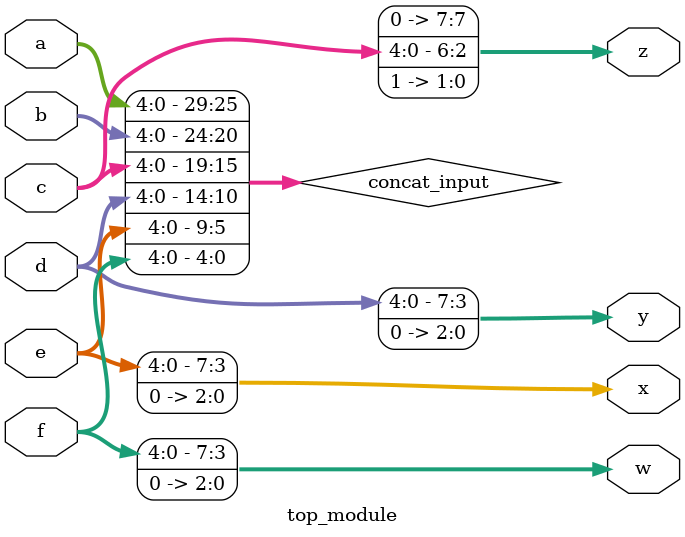
<source format=sv>
module top_module (
    input [4:0] a,
    input [4:0] b,
    input [4:0] c,
    input [4:0] d,
    input [4:0] e,
    input [4:0] f,
    output [7:0] w,
    output [7:0] x,
    output [7:0] y,
    output [7:0] z
);

wire [29:0] concat_input;
assign concat_input = {a, b, c, d, e, f};

assign w = {concat_input[4:0], 3'b000};
assign x = {concat_input[9:5], 3'b000};
assign y = {concat_input[14:10], 3'b000};
assign z = {concat_input[19:15], 2'b11};

endmodule

</source>
